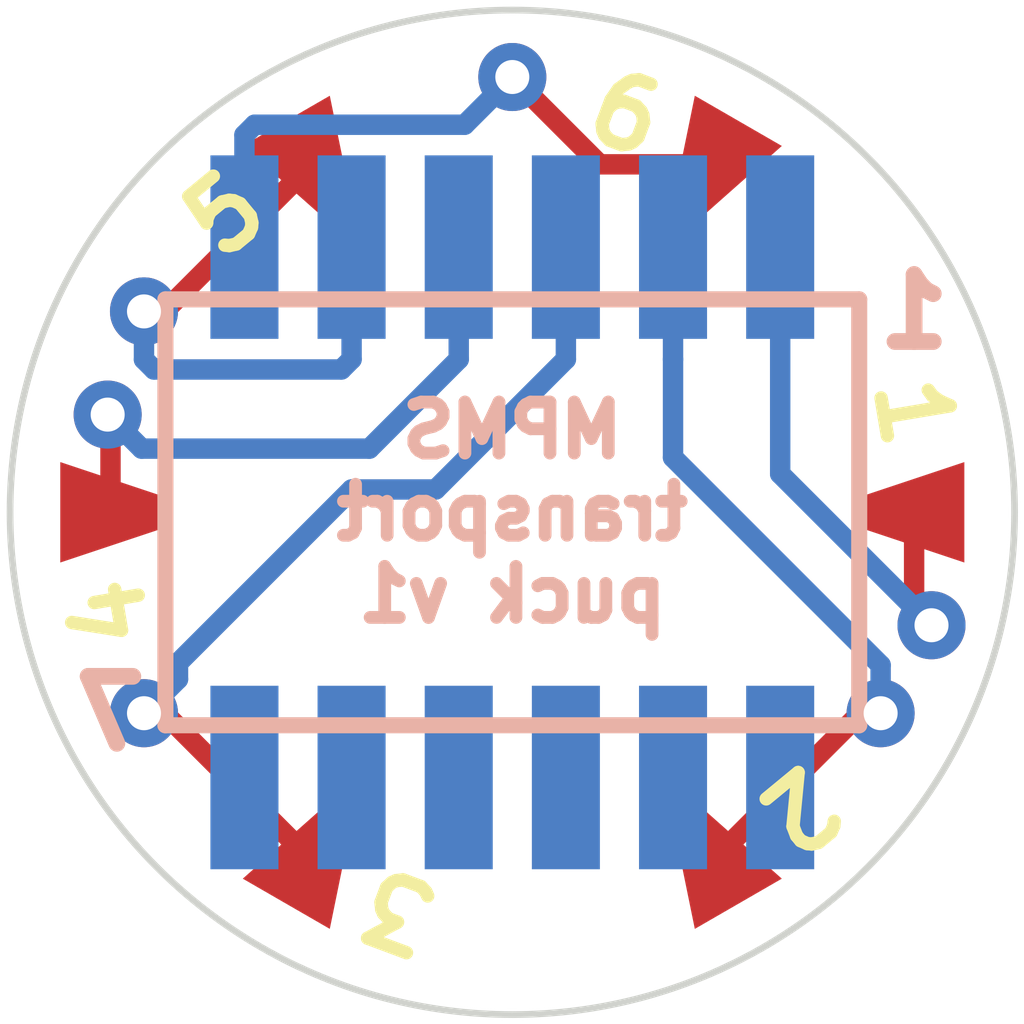
<source format=kicad_pcb>
(kicad_pcb (version 20171130) (host pcbnew 5.1.2)

  (general
    (thickness 1.6)
    (drawings 3)
    (tracks 43)
    (zones 0)
    (modules 7)
    (nets 7)
  )

  (page A4)
  (layers
    (0 F.Cu signal)
    (31 B.Cu signal)
    (32 B.Adhes user)
    (33 F.Adhes user)
    (34 B.Paste user)
    (35 F.Paste user)
    (36 B.SilkS user)
    (37 F.SilkS user)
    (38 B.Mask user)
    (39 F.Mask user)
    (40 Dwgs.User user)
    (41 Cmts.User user)
    (42 Eco1.User user)
    (43 Eco2.User user)
    (44 Edge.Cuts user)
    (45 Margin user)
    (46 B.CrtYd user)
    (47 F.CrtYd user)
    (48 B.Fab user)
    (49 F.Fab user)
  )

  (setup
    (last_trace_width 0.1524)
    (trace_clearance 0.1524)
    (zone_clearance 0.508)
    (zone_45_only no)
    (trace_min 0.1524)
    (via_size 0.508)
    (via_drill 0.254)
    (via_min_size 0.508)
    (via_min_drill 0.254)
    (uvia_size 0.508)
    (uvia_drill 0.254)
    (uvias_allowed no)
    (uvia_min_size 0.508)
    (uvia_min_drill 0.254)
    (edge_width 0.05)
    (segment_width 0.2)
    (pcb_text_width 0.3)
    (pcb_text_size 1.5 1.5)
    (mod_edge_width 0.12)
    (mod_text_size 1 1)
    (mod_text_width 0.15)
    (pad_size 1.524 1.524)
    (pad_drill 0.762)
    (pad_to_mask_clearance 0.0508)
    (solder_mask_min_width 0.0254)
    (aux_axis_origin 0 0)
    (grid_origin 100 100)
    (visible_elements FFFFFF7F)
    (pcbplotparams
      (layerselection 0x010fc_ffffffff)
      (usegerberextensions false)
      (usegerberattributes false)
      (usegerberadvancedattributes false)
      (creategerberjobfile false)
      (excludeedgelayer true)
      (linewidth 0.100000)
      (plotframeref false)
      (viasonmask false)
      (mode 1)
      (useauxorigin false)
      (hpglpennumber 1)
      (hpglpenspeed 20)
      (hpglpendiameter 15.000000)
      (psnegative false)
      (psa4output false)
      (plotreference true)
      (plotvalue true)
      (plotinvisibletext false)
      (padsonsilk false)
      (subtractmaskfromsilk false)
      (outputformat 1)
      (mirror false)
      (drillshape 1)
      (scaleselection 1)
      (outputdirectory ""))
  )

  (net 0 "")
  (net 1 "Net-(J0-Pad1)")
  (net 2 "Net-(J0-Pad2)")
  (net 3 "Net-(J0-Pad3)")
  (net 4 "Net-(J0-Pad4)")
  (net 5 "Net-(J0-Pad5)")
  (net 6 "Net-(J0-Pad6)")

  (net_class Default "This is the default net class."
    (clearance 0.1524)
    (trace_width 0.1524)
    (via_dia 0.508)
    (via_drill 0.254)
    (uvia_dia 0.508)
    (uvia_drill 0.254)
    (add_net "Net-(J0-Pad1)")
    (add_net "Net-(J0-Pad2)")
    (add_net "Net-(J0-Pad3)")
    (add_net "Net-(J0-Pad4)")
    (add_net "Net-(J0-Pad5)")
    (add_net "Net-(J0-Pad6)")
  )

  (module mpms-transport-puck-pcb:mpms-transport-puck-wire-pad (layer F.Cu) (tedit 5CF6F10D) (tstamp 5CFAE02F)
    (at 1.5 -2.598076 330)
    (path /5CF73590)
    (fp_text reference 6 (at -0.75 0 339.5 unlocked) (layer F.SilkS)
      (effects (font (size 0.5 0.5) (thickness 0.1)))
    )
    (fp_text value Conn_01x01 (at 0 3.5 150) (layer F.Fab) hide
      (effects (font (size 1 1) (thickness 0.15)))
    )
    (pad 1 smd trapezoid (at 0 0 330) (size 0.5 0.75) (rect_delta 0 -0.25 ) (layers F.Cu F.Paste F.Mask)
      (net 6 "Net-(J0-Pad6)"))
  )

  (module mpms-transport-puck-pcb:mpms-transport-puck-wire-pad (layer F.Cu) (tedit 5CF6F10D) (tstamp 5CFADB3D)
    (at -1.5 -2.598076 30)
    (path /5CF7358A)
    (fp_text reference 5 (at -0.75 0 39.5 unlocked) (layer F.SilkS)
      (effects (font (size 0.5 0.5) (thickness 0.1)))
    )
    (fp_text value Conn_01x01 (at 0 3.5 30) (layer F.Fab) hide
      (effects (font (size 1 1) (thickness 0.15)))
    )
    (pad 1 smd trapezoid (at 0 0 30) (size 0.5 0.75) (rect_delta 0 -0.25 ) (layers F.Cu F.Paste F.Mask)
      (net 5 "Net-(J0-Pad5)"))
  )

  (module mpms-transport-puck-pcb:mpms-transport-puck-wire-pad (layer F.Cu) (tedit 5CF6F10D) (tstamp 5CFADB38)
    (at -3 0 90)
    (path /5CF7303A)
    (fp_text reference 4 (at -0.75 0 99.5 unlocked) (layer F.SilkS)
      (effects (font (size 0.5 0.5) (thickness 0.1)))
    )
    (fp_text value Conn_01x01 (at 0 3.5 90) (layer F.Fab) hide
      (effects (font (size 1 1) (thickness 0.15)))
    )
    (pad 1 smd trapezoid (at 0 0 90) (size 0.5 0.75) (rect_delta 0 -0.25 ) (layers F.Cu F.Paste F.Mask)
      (net 4 "Net-(J0-Pad4)"))
  )

  (module mpms-transport-puck-pcb:mpms-transport-puck-wire-pad (layer F.Cu) (tedit 5CF6F10D) (tstamp 5CFADB33)
    (at -1.5 2.598076 150)
    (path /5CF73034)
    (fp_text reference 3 (at -0.75 0 159.5 unlocked) (layer F.SilkS)
      (effects (font (size 0.5 0.5) (thickness 0.1)))
    )
    (fp_text value Conn_01x01 (at 0 3.5 150) (layer F.Fab) hide
      (effects (font (size 1 1) (thickness 0.15)))
    )
    (pad 1 smd trapezoid (at 0 0 150) (size 0.5 0.75) (rect_delta 0 -0.25 ) (layers F.Cu F.Paste F.Mask)
      (net 3 "Net-(J0-Pad3)"))
  )

  (module mpms-transport-puck-pcb:mpms-transport-puck-wire-pad (layer F.Cu) (tedit 5CF6F10D) (tstamp 5CFAE206)
    (at 1.5 2.598076 210)
    (path /5CF713D2)
    (fp_text reference 2 (at -0.75 0 219.5 unlocked) (layer F.SilkS)
      (effects (font (size 0.5 0.5) (thickness 0.1)))
    )
    (fp_text value Conn_01x01 (at 0 3.5 30) (layer F.Fab) hide
      (effects (font (size 1 1) (thickness 0.15)))
    )
    (pad 1 smd trapezoid (at 0 0 210) (size 0.5 0.75) (rect_delta 0 -0.25 ) (layers F.Cu F.Paste F.Mask)
      (net 2 "Net-(J0-Pad2)"))
  )

  (module mpms-transport-puck-pcb:mpms-transport-puck-wire-pad (layer F.Cu) (tedit 5CF6F10D) (tstamp 5CFAE168)
    (at 3 0 270)
    (path /5CF7047C)
    (fp_text reference 1 (at -0.75 0 279.5 unlocked) (layer F.SilkS)
      (effects (font (size 0.5 0.5) (thickness 0.1)))
    )
    (fp_text value Conn_01x01 (at 0 3.5 90) (layer F.Fab) hide
      (effects (font (size 1 1) (thickness 0.15)))
    )
    (pad 1 smd trapezoid (at 0 0 270) (size 0.5 0.75) (rect_delta 0 -0.25 ) (layers F.Cu F.Paste F.Mask)
      (net 1 "Net-(J0-Pad1)"))
  )

  (module mpms-transport-puck-pcb:samtec-cle-106-xx-x-DV-x (layer B.Cu) (tedit 5CF6ECF9) (tstamp 5CFAE451)
    (at 0 0 180)
    (path /5CF6E991)
    (fp_text reference J0 (at 0 0) (layer B.SilkS) hide
      (effects (font (size 1 1) (thickness 0.15)) (justify mirror))
    )
    (fp_text value Conn_02x06_Counter_Clockwise (at 0 -6.5) (layer B.Fab) hide
      (effects (font (size 1 1) (thickness 0.15)) (justify mirror))
    )
    (fp_line (start -2.59 1.59) (end 2.59 1.59) (layer B.SilkS) (width 0.12))
    (fp_line (start -2.59 -1.59) (end 2.59 -1.59) (layer B.SilkS) (width 0.12))
    (fp_line (start 2.59 1.59) (end 2.59 -1.59) (layer B.SilkS) (width 0.12))
    (fp_line (start -2.59 1.59) (end -2.59 -1.59) (layer B.SilkS) (width 0.12))
    (fp_text user 1 (at -3 1.5) (layer B.SilkS)
      (effects (font (size 0.5 0.5) (thickness 0.125)) (justify mirror))
    )
    (fp_text user 7 (at 3 -1.5) (layer B.SilkS)
      (effects (font (size 0.5 0.5) (thickness 0.125)) (justify mirror))
    )
    (pad 1 smd rect (at -2 1.98 180) (size 0.508 1.37) (layers B.Cu B.Paste B.Mask)
      (net 1 "Net-(J0-Pad1)"))
    (pad 2 smd rect (at -1.2 1.98 180) (size 0.508 1.37) (layers B.Cu B.Paste B.Mask)
      (net 2 "Net-(J0-Pad2)"))
    (pad 3 smd rect (at -0.4 1.98 180) (size 0.508 1.37) (layers B.Cu B.Paste B.Mask)
      (net 3 "Net-(J0-Pad3)"))
    (pad 4 smd rect (at 0.4 1.98 180) (size 0.508 1.37) (layers B.Cu B.Paste B.Mask)
      (net 4 "Net-(J0-Pad4)"))
    (pad 5 smd rect (at 1.2 1.98 180) (size 0.508 1.37) (layers B.Cu B.Paste B.Mask)
      (net 5 "Net-(J0-Pad5)"))
    (pad 6 smd rect (at 2 1.98 180) (size 0.508 1.37) (layers B.Cu B.Paste B.Mask)
      (net 6 "Net-(J0-Pad6)"))
    (pad 7 smd rect (at 2 -1.98 180) (size 0.508 1.37) (layers B.Cu B.Paste B.Mask))
    (pad 8 smd rect (at 1.2 -1.98 180) (size 0.508 1.37) (layers B.Cu B.Paste B.Mask))
    (pad 9 smd rect (at 0.4 -1.98 180) (size 0.508 1.37) (layers B.Cu B.Paste B.Mask))
    (pad 10 smd rect (at -0.4 -1.98 180) (size 0.508 1.37) (layers B.Cu B.Paste B.Mask))
    (pad 11 smd rect (at -1.2 -1.98 180) (size 0.508 1.37) (layers B.Cu B.Paste B.Mask))
    (pad 12 smd rect (at -2 -1.98 180) (size 0.508 1.37) (layers B.Cu B.Paste B.Mask))
  )

  (gr_text "MPMS\ntransport\npuck v1" (at 0 0) (layer B.SilkS)
    (effects (font (size 0.381 0.381) (thickness 0.09525)) (justify mirror))
  )
  (gr_circle (center 0 0) (end 3.75 0) (layer Edge.Cuts) (width 0.05))
  (gr_circle (center 0 0) (end 3.75 0) (layer Dwgs.User) (width 0.15))

  (via (at 3.129841 0.843092) (size 0.508) (drill 0.254) (layers F.Cu B.Cu) (net 1))
  (segment (start 3 0) (end 3 0.713251) (width 0.1524) (layer F.Cu) (net 1))
  (segment (start 3 0.713251) (end 3.129841 0.843092) (width 0.1524) (layer F.Cu) (net 1))
  (segment (start 2 -0.286749) (end 2 -1.98) (width 0.1524) (layer B.Cu) (net 1))
  (segment (start 3.129841 0.843092) (end 2 -0.286749) (width 0.1524) (layer B.Cu) (net 1))
  (via (at 2.75 1.5) (size 0.508) (drill 0.254) (layers F.Cu B.Cu) (net 2))
  (segment (start 1.5 2.598076) (end 2.598076 1.5) (width 0.1524) (layer F.Cu) (net 2))
  (segment (start 2.598076 1.5) (end 2.75 1.5) (width 0.1524) (layer F.Cu) (net 2))
  (segment (start 1.2 -1.1426) (end 1.2 -1.98) (width 0.1524) (layer B.Cu) (net 2))
  (segment (start 1.2 -0.40921) (end 1.2 -1.1426) (width 0.1524) (layer B.Cu) (net 2))
  (segment (start 2.75 1.14079) (end 1.2 -0.40921) (width 0.1524) (layer B.Cu) (net 2))
  (segment (start 2.75 1.5) (end 2.75 1.14079) (width 0.1524) (layer B.Cu) (net 2))
  (via (at -2.75 1.5) (size 0.508) (drill 0.254) (layers F.Cu B.Cu) (net 3))
  (segment (start -1.5 2.598076) (end -2.598076 1.5) (width 0.1524) (layer F.Cu) (net 3))
  (segment (start -2.598076 1.5) (end -2.75 1.5) (width 0.1524) (layer F.Cu) (net 3))
  (segment (start 0.4 -1.1426) (end 0.4 -1.98) (width 0.1524) (layer B.Cu) (net 3))
  (segment (start -0.572005 -0.170595) (end 0.4 -1.1426) (width 0.1524) (layer B.Cu) (net 3))
  (segment (start -2.496001 1.125519) (end -1.199887 -0.170595) (width 0.1524) (layer B.Cu) (net 3))
  (segment (start -2.496001 1.246001) (end -2.496001 1.125519) (width 0.1524) (layer B.Cu) (net 3))
  (segment (start -1.199887 -0.170595) (end -0.572005 -0.170595) (width 0.1524) (layer B.Cu) (net 3))
  (segment (start -2.75 1.5) (end -2.496001 1.246001) (width 0.1524) (layer B.Cu) (net 3))
  (via (at -3.021115 -0.729404) (size 0.508) (drill 0.254) (layers F.Cu B.Cu) (net 4))
  (segment (start -3 0) (end -3 -0.708289) (width 0.1524) (layer F.Cu) (net 4))
  (segment (start -3 -0.708289) (end -3.021115 -0.729404) (width 0.1524) (layer F.Cu) (net 4))
  (segment (start -0.4 -1.1426) (end -0.4 -1.98) (width 0.1524) (layer B.Cu) (net 4))
  (segment (start -1.067195 -0.475405) (end -0.4 -1.1426) (width 0.1524) (layer B.Cu) (net 4))
  (segment (start -2.767116 -0.475405) (end -1.067195 -0.475405) (width 0.1524) (layer B.Cu) (net 4))
  (segment (start -3.021115 -0.729404) (end -2.767116 -0.475405) (width 0.1524) (layer B.Cu) (net 4))
  (segment (start -1.5 -2.598076) (end -2.598076 -1.5) (width 0.1524) (layer F.Cu) (net 5))
  (via (at -2.75 -1.5) (size 0.508) (drill 0.254) (layers F.Cu B.Cu) (net 5))
  (segment (start -2.598076 -1.5) (end -2.75 -1.5) (width 0.1524) (layer F.Cu) (net 5))
  (segment (start -1.2 -1.1426) (end -1.2 -1.98) (width 0.1524) (layer B.Cu) (net 5))
  (segment (start -1.276201 -1.066399) (end -1.2 -1.1426) (width 0.1524) (layer B.Cu) (net 5))
  (segment (start -2.675609 -1.066399) (end -1.276201 -1.066399) (width 0.1524) (layer B.Cu) (net 5))
  (segment (start -2.75 -1.14079) (end -2.675609 -1.066399) (width 0.1524) (layer B.Cu) (net 5))
  (segment (start -2.75 -1.5) (end -2.75 -1.14079) (width 0.1524) (layer B.Cu) (net 5))
  (segment (start 1.5 -2.598076) (end 0.651924 -2.598076) (width 0.1524) (layer F.Cu) (net 6))
  (via (at 0 -3.25) (size 0.508) (drill 0.254) (layers F.Cu B.Cu) (net 6))
  (segment (start 0.651924 -2.598076) (end 0 -3.25) (width 0.1524) (layer F.Cu) (net 6))
  (segment (start -2 -2.8174) (end -2 -1.98) (width 0.1524) (layer B.Cu) (net 6))
  (segment (start -1.923799 -2.893601) (end -2 -2.8174) (width 0.1524) (layer B.Cu) (net 6))
  (segment (start -0.356399 -2.893601) (end -1.923799 -2.893601) (width 0.1524) (layer B.Cu) (net 6))
  (segment (start 0 -3.25) (end -0.356399 -2.893601) (width 0.1524) (layer B.Cu) (net 6))

)

</source>
